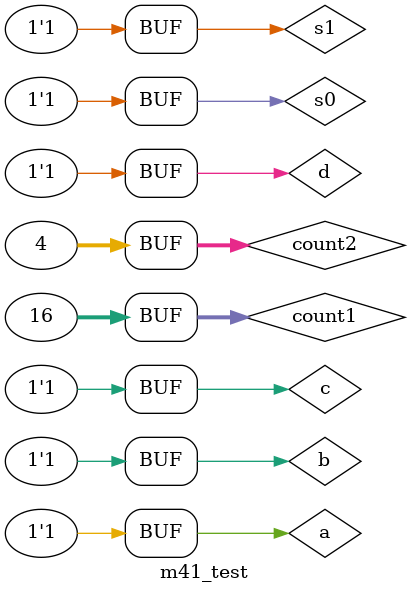
<source format=v>
module m41_test;
	wire out;
	reg a, b, c, d, s1, s0;
	m41 gate(a, b, c, d, s0, s1, out);
	integer count1, count2;
	initial begin 
		for(count1=0; count1<16; count1=count1+1)begin
			for(count2=0; count2<4; count2=count2+1) begin
				#10 {a,b,c,d} = count1; {s0, s1} = count2;
			end
		end 
	end 
endmodule 
</source>
